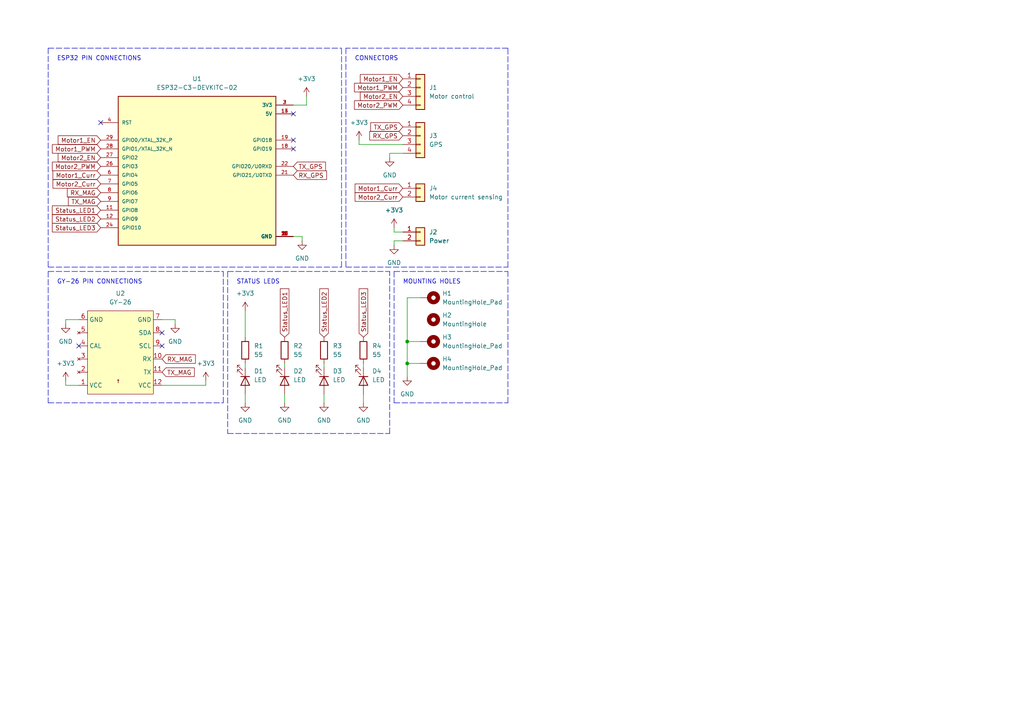
<source format=kicad_sch>
(kicad_sch (version 20211123) (generator eeschema)
  (paper "A4")
  (lib_symbols
    (symbol "Connector_Generic:Conn_01x02" (pin_names (offset 1.016) hide)
      (property "Reference" "J" (at 0 2.54 0))
      (property "Value" "Conn_01x02" (at 0 -5.08 0))
      (symbol "Conn_01x02_1_1"
        (rectangle (start -1.27 -2.413) (end 0 -2.667) (stroke (width 0.1524)))
        (rectangle (start -1.27 0.127) (end 0 -0.127) (stroke (width 0.1524)))
        (rectangle (start -1.27 1.27) (end 1.27 -3.81) (stroke (width 0.254)) (fill (type background)))
        (pin passive line (at -5.08 0 0) (length 3.81) (name "Pin_1") (number "1"))
        (pin passive line (at -5.08 -2.54 0) (length 3.81) (name "Pin_2") (number "2"))
      )
    )
    (symbol "Connector_Generic:Conn_01x04" (pin_names (offset 1.016) hide)
      (property "Reference" "J" (at 0 5.08 0))
      (property "Value" "Conn_01x04" (at 0 -7.62 0))
      (symbol "Conn_01x04_1_1"
        (rectangle (start -1.27 -4.953) (end 0 -5.207) (stroke (width 0.1524)))
        (rectangle (start -1.27 -2.413) (end 0 -2.667) (stroke (width 0.1524)))
        (rectangle (start -1.27 0.127) (end 0 -0.127) (stroke (width 0.1524)))
        (rectangle (start -1.27 2.667) (end 0 2.413) (stroke (width 0.1524)))
        (rectangle (start -1.27 3.81) (end 1.27 -6.35) (stroke (width 0.254)) (fill (type background)))
        (pin passive line (at -5.08 2.54 0) (length 3.81) (name "Pin_1") (number "1"))
        (pin passive line (at -5.08 0 0) (length 3.81) (name "Pin_2") (number "2"))
        (pin passive line (at -5.08 -2.54 0) (length 3.81) (name "Pin_3") (number "3"))
        (pin passive line (at -5.08 -5.08 0) (length 3.81) (name "Pin_4") (number "4"))
      )
    )
    (symbol "Device:LED" (pin_numbers hide) (pin_names (offset 1.016) hide)
      (property "Reference" "D" (at 0 2.54 0))
      (property "Value" "LED" (at 0 -2.54 0))
      (symbol "LED_0_1"
        (polyline (pts (xy -1.27 -1.27) (xy -1.27 1.27)) (stroke (width 0.254)))
        (polyline (pts (xy -1.27 0) (xy 1.27 0)))
        (polyline (pts (xy 1.27 -1.27) (xy 1.27 1.27) (xy -1.27 0) (xy 1.27 -1.27)) (stroke (width 0.254)))
        (polyline (pts (xy -3.048 -0.762) (xy -4.572 -2.286) (xy -3.81 -2.286) (xy -4.572 -2.286) (xy -4.572 -1.524)))
        (polyline (pts (xy -1.778 -0.762) (xy -3.302 -2.286) (xy -2.54 -2.286) (xy -3.302 -2.286) (xy -3.302 -1.524)))
      )
      (symbol "LED_1_1"
        (pin passive line (at -3.81 0 0) (length 2.54) (name "K") (number "1"))
        (pin passive line (at 3.81 0 180) (length 2.54) (name "A") (number "2"))
      )
    )
    (symbol "Device:R" (pin_numbers hide) (pin_names (offset 0))
      (property "Reference" "R" (at 2.032 0 90))
      (property "Value" "R" (at 0 0 90))
      (symbol "R_0_1"
        (rectangle (start -1.016 -2.54) (end 1.016 2.54) (stroke (width 0.254)))
      )
      (symbol "R_1_1"
        (pin passive line (at 0 3.81 270) (length 1.27) (name "~") (number "1"))
        (pin passive line (at 0 -3.81 90) (length 1.27) (name "~") (number "2"))
      )
    )
    (symbol "ESP32-C3-DEVKITC-02:ESP32-C3-DEVKITC-02" (pin_names (offset 1.016))
      (property "Reference" "U" (at -22.86 21.209 0))
      (property "Value" "ESP32-C3-DEVKITC-02" (at -22.86 -25.4 0))
      (symbol "ESP32-C3-DEVKITC-02_0_0"
        (rectangle (start -22.86 -22.86) (end 22.86 20.32) (stroke (width 0.254)) (fill (type background)))
        (pin power_in line (at 27.94 -20.32 180) (length 5.08) (name "GND") (number "1"))
        (pin power_in line (at 27.94 -20.32 180) (length 5.08) (name "GND") (number "10"))
        (pin bidirectional line (at -27.94 -12.7 0) (length 5.08) (name "GPIO8") (number "11"))
        (pin bidirectional line (at -27.94 -15.24 0) (length 5.08) (name "GPIO9") (number "12"))
        (pin power_in line (at 27.94 15.24 180) (length 5.08) (name "5V") (number "13"))
        (pin power_in line (at 27.94 15.24 180) (length 5.08) (name "5V") (number "14"))
        (pin power_in line (at 27.94 -20.32 180) (length 5.08) (name "GND") (number "15"))
        (pin power_in line (at 27.94 -20.32 180) (length 5.08) (name "GND") (number "16"))
        (pin power_in line (at 27.94 -20.32 180) (length 5.08) (name "GND") (number "17"))
        (pin bidirectional line (at 27.94 5.08 180) (length 5.08) (name "GPIO19") (number "18"))
        (pin bidirectional line (at 27.94 7.62 180) (length 5.08) (name "GPIO18") (number "19"))
        (pin power_in line (at 27.94 17.78 180) (length 5.08) (name "3V3") (number "2"))
        (pin power_in line (at 27.94 -20.32 180) (length 5.08) (name "GND") (number "20"))
        (pin bidirectional line (at 27.94 -2.54 180) (length 5.08) (name "GPIO21/U0TXD") (number "21"))
        (pin bidirectional line (at 27.94 0 180) (length 5.08) (name "GPIO20/U0RXD") (number "22"))
        (pin power_in line (at 27.94 -20.32 180) (length 5.08) (name "GND") (number "23"))
        (pin bidirectional line (at -27.94 -17.78 0) (length 5.08) (name "GPIO10") (number "24"))
        (pin power_in line (at 27.94 -20.32 180) (length 5.08) (name "GND") (number "25"))
        (pin bidirectional line (at -27.94 0 0) (length 5.08) (name "GPIO3") (number "26"))
        (pin bidirectional line (at -27.94 2.54 0) (length 5.08) (name "GPIO2") (number "27"))
        (pin bidirectional line (at -27.94 5.08 0) (length 5.08) (name "GPIO1/XTAL_32K_N") (number "28"))
        (pin bidirectional line (at -27.94 7.62 0) (length 5.08) (name "GPIO0/XTAL_32K_P") (number "29"))
        (pin power_in line (at 27.94 17.78 180) (length 5.08) (name "3V3") (number "3"))
        (pin power_in line (at 27.94 -20.32 180) (length 5.08) (name "GND") (number "30"))
        (pin input line (at -27.94 12.7 0) (length 5.08) (name "RST") (number "4"))
        (pin power_in line (at 27.94 -20.32 180) (length 5.08) (name "GND") (number "5"))
        (pin bidirectional line (at -27.94 -2.54 0) (length 5.08) (name "GPIO4") (number "6"))
        (pin bidirectional line (at -27.94 -5.08 0) (length 5.08) (name "GPIO5") (number "7"))
        (pin bidirectional line (at -27.94 -7.62 0) (length 5.08) (name "GPIO6") (number "8"))
        (pin bidirectional line (at -27.94 -10.16 0) (length 5.08) (name "GPIO7") (number "9"))
      )
    )
    (symbol "GY26:GY-26"
      (property "Reference" "U" (at 0 -11.43 0))
      (property "Value" "GY-26" (at 1.27 -15.24 0))
      (symbol "GY-26_0_0"
        (text "↑" (at 1.27 -17.78 0) (effects (font (size 1.27 1.27))))
      )
      (symbol "GY-26_0_1"
        (rectangle (start -7.62 2.54) (end 11.43 -21.59) (fill (type background)))
      )
      (symbol "GY-26_1_1"
        (pin power_in line (at -10.16 -19.05 0) (length 2.54) (name "VCC") (number "1"))
        (pin input line (at 13.97 -11.43 180) (length 2.54) (name "RX") (number "10"))
        (pin output line (at 13.97 -15.24 180) (length 2.54) (name "TX") (number "11"))
        (pin power_in line (at 13.97 -19.05 180) (length 2.54) (name "VCC") (number "12"))
        (pin no_connect line (at -10.16 -15.24 0) (length 2.54) (name "") (number "2"))
        (pin no_connect line (at -10.16 -11.43 0) (length 2.54) (name "") (number "3"))
        (pin input line (at -10.16 -7.62 0) (length 2.54) (name "CAL") (number "4"))
        (pin no_connect line (at -10.16 -3.81 0) (length 2.54) (name "") (number "5"))
        (pin power_in line (at -10.16 0 0) (length 2.54) (name "GND") (number "6"))
        (pin power_in line (at 13.97 0 180) (length 2.54) (name "GND") (number "7"))
        (pin input line (at 13.97 -3.81 180) (length 2.54) (name "SDA") (number "8"))
        (pin input line (at 13.97 -7.62 180) (length 2.54) (name "SCL") (number "9"))
      )
    )
    (symbol "Mechanical:MountingHole" (pin_names (offset 1.016))
      (property "Reference" "H" (at 0 5.08 0))
      (property "Value" "MountingHole" (at 0 3.175 0))
      (symbol "MountingHole_0_1"
        (circle (center 0 0) (radius 1.27) (stroke (width 1.27)))
      )
    )
    (symbol "Mechanical:MountingHole_Pad" (pin_numbers hide) (pin_names (offset 1.016) hide)
      (property "Reference" "H" (at 0 6.35 0))
      (property "Value" "MountingHole_Pad" (at 0 4.445 0))
      (symbol "MountingHole_Pad_0_1"
        (circle (center 0 1.27) (radius 1.27) (stroke (width 1.27)))
      )
      (symbol "MountingHole_Pad_1_1"
        (pin input line (at 0 -2.54 90) (length 2.54) (name "1") (number "1"))
      )
    )
    (symbol "power:+3V3" (power) (pin_names (offset 0))
      (property "Value" "+3V3" (at 0 3.556 0))
      (symbol "+3V3_0_1"
        (polyline (pts (xy -0.762 1.27) (xy 0 2.54)))
        (polyline (pts (xy 0 0) (xy 0 2.54)))
        (polyline (pts (xy 0 2.54) (xy 0.762 1.27)))
      )
      (symbol "+3V3_1_1"
        (pin power_in line (at 0 0 90) (length 0) hide (name "+3V3") (number "1"))
      )
    )
    (symbol "power:GND" (power) (pin_names (offset 0))
      (property "Value" "GND" (at 0 -3.81 0))
      (symbol "GND_0_1"
        (polyline (pts (xy 0 0) (xy 0 -1.27) (xy 1.27 -1.27) (xy 0 -2.54) (xy -1.27 -1.27) (xy 0 -1.27)))
      )
      (symbol "GND_1_1"
        (pin power_in line (at 0 0 270) (length 0) hide (name "GND") (number "1"))
      )
    )
  )
  (junction (at 118.11 105.41))
  (junction (at 118.11 99.06))
  (no_connect (at 85.09 33.02))
  (no_connect (at 85.09 43.18))
  (no_connect (at 46.99 100.33))
  (no_connect (at 22.86 100.33))
  (no_connect (at 85.09 40.64))
  (no_connect (at 29.21 35.56))
  (no_connect (at 46.99 96.52))
  (wire (pts (xy 105.41 105.41) (xy 105.41 106.68)))
  (wire (pts (xy 118.11 99.06) (xy 118.11 105.41)))
  (wire (pts (xy 50.8 92.71) (xy 50.8 93.98)))
  (wire (pts (xy 118.11 86.36) (xy 118.11 99.06)))
  (polyline (pts (xy 13.97 78.74) (xy 64.77 78.74)))
  (wire (pts (xy 87.63 69.85) (xy 87.63 68.58)))
  (wire (pts (xy 82.55 114.3) (xy 82.55 116.84)))
  (wire (pts (xy 114.3 66.04) (xy 114.3 67.31)))
  (wire (pts (xy 113.03 45.72) (xy 113.03 44.45)))
  (wire (pts (xy 71.12 114.3) (xy 71.12 116.84)))
  (wire (pts (xy 104.14 41.91) (xy 116.84 41.91)))
  (wire (pts (xy 87.63 68.58) (xy 85.09 68.58)))
  (wire (pts (xy 71.12 90.17) (xy 71.12 97.79)))
  (wire (pts (xy 59.69 111.76) (xy 59.69 110.49)))
  (polyline (pts (xy 13.97 77.47) (xy 99.06 77.47)))
  (wire (pts (xy 88.9 30.48) (xy 88.9 27.94)))
  (polyline (pts (xy 66.04 78.74) (xy 66.04 125.73)))
  (polyline (pts (xy 114.3 78.74) (xy 114.3 116.84)))
  (polyline (pts (xy 147.32 116.84) (xy 147.32 78.74)))
  (polyline (pts (xy 100.33 77.47) (xy 147.32 77.47)))
  (wire (pts (xy 93.98 105.41) (xy 93.98 106.68)))
  (polyline (pts (xy 66.04 125.73) (xy 113.03 125.73)))
  (polyline (pts (xy 147.32 13.97) (xy 100.33 13.97)))
  (wire (pts (xy 118.11 99.06) (xy 121.92 99.06)))
  (wire (pts (xy 19.05 92.71) (xy 19.05 93.98)))
  (polyline (pts (xy 113.03 125.73) (xy 113.03 78.74)))
  (wire (pts (xy 46.99 111.76) (xy 59.69 111.76)))
  (wire (pts (xy 118.11 105.41) (xy 118.11 109.22)))
  (wire (pts (xy 19.05 110.49) (xy 19.05 111.76)))
  (wire (pts (xy 82.55 105.41) (xy 82.55 106.68)))
  (polyline (pts (xy 13.97 116.84) (xy 64.77 116.84)))
  (polyline (pts (xy 147.32 77.47) (xy 147.32 13.97)))
  (wire (pts (xy 22.86 92.71) (xy 19.05 92.71)))
  (polyline (pts (xy 66.04 78.74) (xy 113.03 78.74)))
  (wire (pts (xy 121.92 86.36) (xy 118.11 86.36)))
  (wire (pts (xy 114.3 71.12) (xy 114.3 69.85)))
  (wire (pts (xy 93.98 114.3) (xy 93.98 116.84)))
  (polyline (pts (xy 64.77 116.84) (xy 64.77 78.74)))
  (wire (pts (xy 19.05 111.76) (xy 22.86 111.76)))
  (wire (pts (xy 85.09 30.48) (xy 88.9 30.48)))
  (polyline (pts (xy 13.97 78.74) (xy 13.97 116.84)))
  (wire (pts (xy 104.14 40.64) (xy 104.14 41.91)))
  (polyline (pts (xy 114.3 78.74) (xy 147.32 78.74)))
  (polyline (pts (xy 13.97 13.97) (xy 13.97 77.47)))
  (polyline (pts (xy 99.06 77.47) (xy 99.06 13.97)))
  (wire (pts (xy 71.12 105.41) (xy 71.12 106.68)))
  (polyline (pts (xy 13.97 13.97) (xy 99.06 13.97)))
  (wire (pts (xy 118.11 105.41) (xy 121.92 105.41)))
  (wire (pts (xy 105.41 114.3) (xy 105.41 116.84)))
  (polyline (pts (xy 100.33 13.97) (xy 100.33 77.47)))
  (wire (pts (xy 46.99 92.71) (xy 50.8 92.71)))
  (polyline (pts (xy 114.3 116.84) (xy 147.32 116.84)))
  (wire (pts (xy 113.03 44.45) (xy 116.84 44.45)))
  (wire (pts (xy 114.3 67.31) (xy 116.84 67.31)))
  (wire (pts (xy 114.3 69.85) (xy 116.84 69.85)))
  (text "MOUNTING HOLES" (at 116.84 82.55 0) (effects (font (size 1.27 1.27)) (justify left bottom)))
  (text "CONNECTORS" (at 102.87 17.78 0) (effects (font (size 1.27 1.27)) (justify left bottom)))
  (text "GY-26 PIN CONNECTIONS" (at 16.51 82.55 0) (effects (font (size 1.27 1.27)) (justify left bottom)))
  (text "STATUS LEDS" (at 68.58 82.55 0) (effects (font (size 1.27 1.27)) (justify left bottom)))
  (text "ESP32 PIN CONNECTIONS" (at 16.51 17.78 0) (effects (font (size 1.27 1.27)) (justify left bottom)))
  (global_label "Motor2_Curr" (shape input) (at 116.84 57.15 180) (property "Intersheet References" "${INTERSHEET_REFS}" (effects hide)))
  (global_label "TX_GPS" (shape input) (at 116.84 36.83 180) (property "Intersheet References" "${INTERSHEET_REFS}" (effects hide)))
  (global_label "RX_GPS" (shape input) (at 116.84 39.37 180) (property "Intersheet References" "${INTERSHEET_REFS}" (effects hide)))
  (global_label "Motor1_Curr" (shape input) (at 29.21 50.8 180) (property "Intersheet References" "${INTERSHEET_REFS}" (effects hide)))
  (global_label "Motor1_EN" (shape input) (at 116.84 22.86 180) (property "Intersheet References" "${INTERSHEET_REFS}" (effects hide)))
  (global_label "RX_GPS" (shape input) (at 85.09 50.8 0) (property "Intersheet References" "${INTERSHEET_REFS}" (effects hide)))
  (global_label "Motor1_Curr" (shape input) (at 116.84 54.61 180) (property "Intersheet References" "${INTERSHEET_REFS}" (effects hide)))
  (global_label "Motor1_PWM" (shape input) (at 29.21 43.18 180) (property "Intersheet References" "${INTERSHEET_REFS}" (effects hide)))
  (global_label "Motor1_PWM" (shape input) (at 116.84 25.4 180) (property "Intersheet References" "${INTERSHEET_REFS}" (effects hide)))
  (global_label "RX_MAG" (shape input) (at 46.99 104.14 0) (property "Intersheet References" "${INTERSHEET_REFS}" (effects hide)))
  (global_label "Status_LED1" (shape input) (at 29.21 60.96 180) (property "Intersheet References" "${INTERSHEET_REFS}" (effects hide)))
  (global_label "Status_LED2" (shape input) (at 29.21 63.5 180) (property "Intersheet References" "${INTERSHEET_REFS}" (effects hide)))
  (global_label "Status_LED3" (shape input) (at 29.21 66.04 180) (property "Intersheet References" "${INTERSHEET_REFS}" (effects hide)))
  (global_label "Motor2_EN" (shape input) (at 116.84 27.94 180) (property "Intersheet References" "${INTERSHEET_REFS}" (effects hide)))
  (global_label "TX_MAG" (shape input) (at 46.99 107.95 0) (property "Intersheet References" "${INTERSHEET_REFS}" (effects hide)))
  (global_label "TX_MAG" (shape input) (at 29.21 58.42 180) (property "Intersheet References" "${INTERSHEET_REFS}" (effects hide)))
  (global_label "Status_LED1" (shape input) (at 82.55 97.79 90) (property "Intersheet References" "${INTERSHEET_REFS}" (effects hide)))
  (global_label "Motor2_PWM" (shape input) (at 116.84 30.48 180) (property "Intersheet References" "${INTERSHEET_REFS}" (effects hide)))
  (global_label "Motor1_EN" (shape input) (at 29.21 40.64 180) (property "Intersheet References" "${INTERSHEET_REFS}" (effects hide)))
  (global_label "TX_GPS" (shape input) (at 85.09 48.26 0) (property "Intersheet References" "${INTERSHEET_REFS}" (effects hide)))
  (global_label "Status_LED3" (shape input) (at 105.41 97.79 90) (property "Intersheet References" "${INTERSHEET_REFS}" (effects hide)))
  (global_label "Motor2_PWM" (shape input) (at 29.21 48.26 180) (property "Intersheet References" "${INTERSHEET_REFS}" (effects hide)))
  (global_label "Motor2_EN" (shape input) (at 29.21 45.72 180) (property "Intersheet References" "${INTERSHEET_REFS}" (effects hide)))
  (global_label "Motor2_Curr" (shape input) (at 29.21 53.34 180) (property "Intersheet References" "${INTERSHEET_REFS}" (effects hide)))
  (global_label "Status_LED2" (shape input) (at 93.98 97.79 90) (property "Intersheet References" "${INTERSHEET_REFS}" (effects hide)))
  (global_label "RX_MAG" (shape input) (at 29.21 55.88 180) (property "Intersheet References" "${INTERSHEET_REFS}" (effects hide)))
  (symbol (lib_id "Device:LED") (at 71.12 110.49 270) (unit 1)
    (property "Reference" "D1" (at 73.66 107.6324 90) (effects (justify left)))
    (property "Value" "LED" (at 73.66 110.1724 90) (effects (justify left)))
    (property "Footprint" "LED_SMD:LED_0603_1608Metric_Pad1.05x0.95mm_HandSolder" (effects hide))
  )
  (symbol (lib_id "Connector_Generic:Conn_01x04") (at 121.92 39.37 0) (unit 1)
    (property "Reference" "J3" (at 124.46 39.3699 0) (effects (justify left)))
    (property "Value" "GPS" (at 124.46 41.9099 0) (effects (justify left)))
    (property "Footprint" "Connector_PinHeader_2.54mm:PinHeader_1x04_P2.54mm_Vertical" (effects hide))
  )
  (symbol (lib_id "Device:R") (at 93.98 101.6 0) (unit 1)
    (property "Reference" "R3" (at 96.52 100.3299 0) (effects (justify left)))
    (property "Value" "55" (at 96.52 102.8699 0) (effects (justify left)))
    (property "Footprint" "Resistor_SMD:R_0603_1608Metric_Pad0.98x0.95mm_HandSolder" (effects hide))
  )
  (symbol (lib_id "Device:R") (at 71.12 101.6 0) (unit 1)
    (property "Reference" "R1" (at 73.66 100.3299 0) (effects (justify left)))
    (property "Value" "55" (at 73.66 102.8699 0) (effects (justify left)))
    (property "Footprint" "Resistor_SMD:R_0603_1608Metric_Pad0.98x0.95mm_HandSolder" (effects hide))
  )
  (symbol (lib_id "power:GND") (at 87.63 69.85 0) (unit 1)
    (property "Reference" "#PWR01" (effects hide))
    (property "Value" "GND" (at 87.63 74.93 0))
  )
  (symbol (lib_id "power:GND") (at 71.12 116.84 0) (unit 1)
    (property "Reference" "#PWR04" (effects hide))
    (property "Value" "GND" (at 71.12 121.92 0))
  )
  (symbol (lib_id "power:GND") (at 114.3 71.12 0) (unit 1)
    (property "Reference" "#PWR014" (effects hide))
    (property "Value" "GND" (at 114.3 76.2 0))
  )
  (symbol (lib_id "power:GND") (at 118.11 109.22 0) (unit 1)
    (property "Reference" "#PWR012" (effects hide))
    (property "Value" "GND" (at 118.11 114.3 0))
  )
  (symbol (lib_id "Mechanical:MountingHole_Pad") (at 124.46 86.36 270) (unit 1)
    (property "Reference" "H1" (at 128.27 85.0899 90) (effects (justify left)))
    (property "Value" "MountingHole_Pad" (at 128.27 87.6299 90) (effects (justify left)))
    (property "Footprint" "MountingHole:MountingHole_2.2mm_M2_DIN965_Pad_TopBottom" (effects hide))
  )
  (symbol (lib_id "power:GND") (at 82.55 116.84 0) (unit 1)
    (property "Reference" "#PWR07" (effects hide))
    (property "Value" "GND" (at 82.55 121.92 0))
  )
  (symbol (lib_id "power:+3V3") (at 59.69 110.49 0) (unit 1)
    (property "Reference" "#PWR011" (effects hide))
    (property "Value" "+3V3" (at 59.69 105.41 0))
  )
  (symbol (lib_id "GY26:GY-26") (at 33.02 92.71 0) (unit 1)
    (property "Reference" "U2" (at 34.925 85.09 0))
    (property "Value" "GY-26" (at 34.925 87.63 0))
    (property "Footprint" "ESP32:GY-26" (effects hide))
  )
  (symbol (lib_id "power:+3V3") (at 88.9 27.94 0) (unit 1)
    (property "Reference" "#PWR02" (effects hide))
    (property "Value" "+3V3" (at 88.9 22.86 0))
  )
  (symbol (lib_id "ESP32-C3-DEVKITC-02:ESP32-C3-DEVKITC-02") (at 57.15 48.26 0) (unit 1)
    (property "Reference" "U1" (at 57.15 22.86 0))
    (property "Value" "ESP32-C3-DEVKITC-02" (at 57.15 25.4 0))
    (property "Footprint" "ESP32-C3-DEVKITC-02:XCVR_ESP32-C3-DEVKITC-02" (effects hide))
    (property "MANUFACTURER" "Espressif" (effects hide))
    (property "STANDARD" "Manufacturer Recommendations" (effects hide))
  )
  (symbol (lib_id "Connector_Generic:Conn_01x02") (at 121.92 54.61 0) (unit 1)
    (property "Reference" "J4" (at 124.46 54.6099 0) (effects (justify left)))
    (property "Value" "Motor current sensing" (at 124.46 57.1499 0) (effects (justify left)))
    (property "Footprint" "Connector_PinHeader_2.54mm:PinHeader_1x02_P2.54mm_Vertical" (effects hide))
  )
  (symbol (lib_id "Mechanical:MountingHole_Pad") (at 124.46 105.41 270) (unit 1)
    (property "Reference" "H4" (at 128.27 104.1399 90) (effects (justify left)))
    (property "Value" "MountingHole_Pad" (at 128.27 106.6799 90) (effects (justify left)))
    (property "Footprint" "MountingHole:MountingHole_2.2mm_M2_ISO7380_Pad_TopBottom" (effects hide))
  )
  (symbol (lib_id "power:GND") (at 19.05 93.98 0) (unit 1)
    (property "Reference" "#PWR05" (effects hide))
    (property "Value" "GND" (at 19.05 99.06 0))
  )
  (symbol (lib_id "power:GND") (at 113.03 45.72 0) (unit 1)
    (property "Reference" "#PWR015" (effects hide))
    (property "Value" "GND" (at 113.03 50.8 0))
  )
  (symbol (lib_id "power:+3V3") (at 19.05 110.49 0) (unit 1)
    (property "Reference" "#PWR06" (effects hide))
    (property "Value" "+3V3" (at 19.05 105.41 0))
  )
  (symbol (lib_id "power:+3V3") (at 71.12 90.17 0) (unit 1)
    (property "Reference" "#PWR03" (effects hide))
    (property "Value" "+3V3" (at 71.12 85.09 0))
  )
  (symbol (lib_id "Connector_Generic:Conn_01x04") (at 121.92 25.4 0) (unit 1)
    (property "Reference" "J1" (at 124.46 25.3999 0) (effects (justify left)))
    (property "Value" "Motor control" (at 124.46 27.9399 0) (effects (justify left)))
    (property "Footprint" "Connector_PinHeader_2.54mm:PinHeader_1x04_P2.54mm_Vertical" (effects hide))
  )
  (symbol (lib_id "Device:LED") (at 105.41 110.49 270) (unit 1)
    (property "Reference" "D4" (at 107.95 107.6324 90) (effects (justify left)))
    (property "Value" "LED" (at 107.95 110.1724 90) (effects (justify left)))
    (property "Footprint" "LED_SMD:LED_0603_1608Metric_Pad1.05x0.95mm_HandSolder" (effects hide))
  )
  (symbol (lib_id "power:+3V3") (at 104.14 40.64 0) (unit 1)
    (property "Reference" "#PWR016" (effects hide))
    (property "Value" "+3V3" (at 104.14 35.56 0))
  )
  (symbol (lib_id "Connector_Generic:Conn_01x02") (at 121.92 67.31 0) (unit 1)
    (property "Reference" "J2" (at 124.46 67.3099 0) (effects (justify left)))
    (property "Value" "Power" (at 124.46 69.8499 0) (effects (justify left)))
    (property "Footprint" "Connector_PinHeader_2.54mm:PinHeader_1x02_P2.54mm_Vertical" (effects hide))
  )
  (symbol (lib_id "power:GND") (at 93.98 116.84 0) (unit 1)
    (property "Reference" "#PWR08" (effects hide))
    (property "Value" "GND" (at 93.98 121.92 0))
  )
  (symbol (lib_id "Mechanical:MountingHole") (at 125.73 92.71 0) (unit 1)
    (property "Reference" "H2" (at 128.27 91.4399 0) (effects (justify left)))
    (property "Value" "MountingHole" (at 128.27 93.9799 0) (effects (justify left)))
    (property "Footprint" "MountingHole:MountingHole_2.2mm_M2_DIN965" (effects hide))
  )
  (symbol (lib_id "power:+3V3") (at 114.3 66.04 0) (unit 1)
    (property "Reference" "#PWR013" (effects hide))
    (property "Value" "+3V3" (at 114.3 60.96 0))
  )
  (symbol (lib_id "Device:LED") (at 93.98 110.49 270) (unit 1)
    (property "Reference" "D3" (at 96.52 107.6324 90) (effects (justify left)))
    (property "Value" "LED" (at 96.52 110.1724 90) (effects (justify left)))
    (property "Footprint" "LED_SMD:LED_0603_1608Metric_Pad1.05x0.95mm_HandSolder" (effects hide))
  )
  (symbol (lib_id "Device:R") (at 82.55 101.6 0) (unit 1)
    (property "Reference" "R2" (at 85.09 100.3299 0) (effects (justify left)))
    (property "Value" "55" (at 85.09 102.8699 0) (effects (justify left)))
    (property "Footprint" "Resistor_SMD:R_0603_1608Metric_Pad0.98x0.95mm_HandSolder" (effects hide))
  )
  (symbol (lib_id "power:GND") (at 105.41 116.84 0) (unit 1)
    (property "Reference" "#PWR09" (effects hide))
    (property "Value" "GND" (at 105.41 121.92 0))
  )
  (symbol (lib_id "power:GND") (at 50.8 93.98 0) (unit 1)
    (property "Reference" "#PWR010" (effects hide))
    (property "Value" "GND" (at 50.8 99.06 0))
  )
  (symbol (lib_id "Device:R") (at 105.41 101.6 0) (unit 1)
    (property "Reference" "R4" (at 107.95 100.3299 0) (effects (justify left)))
    (property "Value" "55" (at 107.95 102.8699 0) (effects (justify left)))
    (property "Footprint" "Resistor_SMD:R_0603_1608Metric_Pad0.98x0.95mm_HandSolder" (effects hide))
  )
  (symbol (lib_id "Device:LED") (at 82.55 110.49 270) (unit 1)
    (property "Reference" "D2" (at 85.09 107.6324 90) (effects (justify left)))
    (property "Value" "LED" (at 85.09 110.1724 90) (effects (justify left)))
    (property "Footprint" "LED_SMD:LED_0603_1608Metric_Pad1.05x0.95mm_HandSolder" (effects hide))
  )
  (symbol (lib_id "Mechanical:MountingHole_Pad") (at 124.46 99.06 270) (unit 1)
    (property "Reference" "H3" (at 128.27 97.7899 90) (effects (justify left)))
    (property "Value" "MountingHole_Pad" (at 128.27 100.3299 90) (effects (justify left)))
    (property "Footprint" "MountingHole:MountingHole_2.2mm_M2_ISO7380_Pad_TopBottom" (effects hide))
  )
)
</source>
